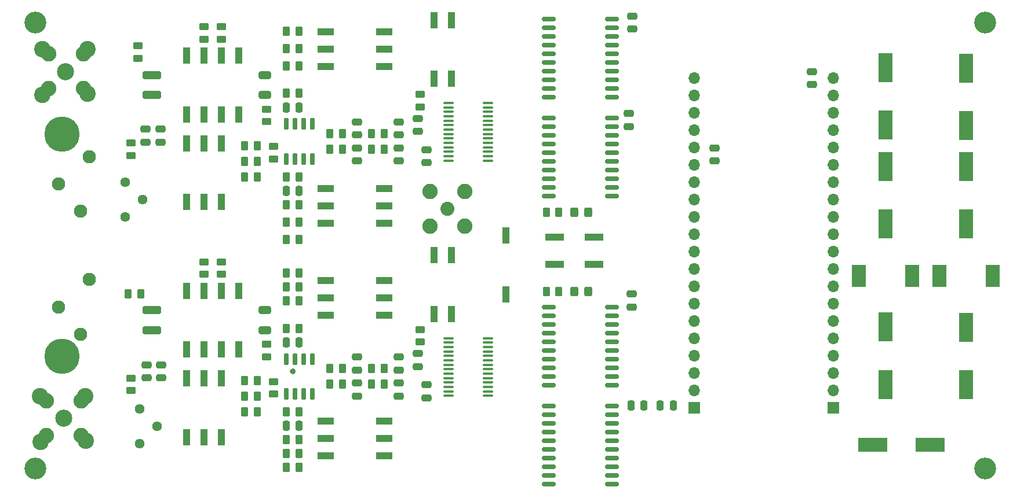
<source format=gts>
G04 #@! TF.GenerationSoftware,KiCad,Pcbnew,8.0.1*
G04 #@! TF.CreationDate,2024-10-20T11:35:18+02:00*
G04 #@! TF.ProjectId,MISRC_v2.2,4d495352-435f-4763-922e-322e6b696361,0.3*
G04 #@! TF.SameCoordinates,Original*
G04 #@! TF.FileFunction,Soldermask,Top*
G04 #@! TF.FilePolarity,Negative*
%FSLAX46Y46*%
G04 Gerber Fmt 4.6, Leading zero omitted, Abs format (unit mm)*
G04 Created by KiCad (PCBNEW 8.0.1) date 2024-10-20 11:35:18*
%MOMM*%
%LPD*%
G01*
G04 APERTURE LIST*
G04 Aperture macros list*
%AMRoundRect*
0 Rectangle with rounded corners*
0 $1 Rounding radius*
0 $2 $3 $4 $5 $6 $7 $8 $9 X,Y pos of 4 corners*
0 Add a 4 corners polygon primitive as box body*
4,1,4,$2,$3,$4,$5,$6,$7,$8,$9,$2,$3,0*
0 Add four circle primitives for the rounded corners*
1,1,$1+$1,$2,$3*
1,1,$1+$1,$4,$5*
1,1,$1+$1,$6,$7*
1,1,$1+$1,$8,$9*
0 Add four rect primitives between the rounded corners*
20,1,$1+$1,$2,$3,$4,$5,0*
20,1,$1+$1,$4,$5,$6,$7,0*
20,1,$1+$1,$6,$7,$8,$9,0*
20,1,$1+$1,$8,$9,$2,$3,0*%
G04 Aperture macros list end*
%ADD10C,0.434210*%
%ADD11C,1.950000*%
%ADD12C,5.175000*%
%ADD13R,2.150000X4.300000*%
%ADD14RoundRect,0.250000X-0.475000X0.250000X-0.475000X-0.250000X0.475000X-0.250000X0.475000X0.250000X0*%
%ADD15RoundRect,0.250000X-0.262500X-0.450000X0.262500X-0.450000X0.262500X0.450000X-0.262500X0.450000X0*%
%ADD16R,2.440000X1.120000*%
%ADD17C,2.050000*%
%ADD18C,2.250000*%
%ADD19C,3.200000*%
%ADD20RoundRect,0.250000X-0.325000X-0.450000X0.325000X-0.450000X0.325000X0.450000X-0.325000X0.450000X0*%
%ADD21RoundRect,0.250000X0.250000X0.475000X-0.250000X0.475000X-0.250000X-0.475000X0.250000X-0.475000X0*%
%ADD22RoundRect,0.250000X1.100000X-0.325000X1.100000X0.325000X-1.100000X0.325000X-1.100000X-0.325000X0*%
%ADD23RoundRect,0.250000X-0.450000X0.262500X-0.450000X-0.262500X0.450000X-0.262500X0.450000X0.262500X0*%
%ADD24RoundRect,0.250000X0.450000X-0.262500X0.450000X0.262500X-0.450000X0.262500X-0.450000X-0.262500X0*%
%ADD25RoundRect,0.250000X0.262500X0.450000X-0.262500X0.450000X-0.262500X-0.450000X0.262500X-0.450000X0*%
%ADD26RoundRect,0.100000X-0.637500X-0.100000X0.637500X-0.100000X0.637500X0.100000X-0.637500X0.100000X0*%
%ADD27RoundRect,0.250000X-0.250000X-0.475000X0.250000X-0.475000X0.250000X0.475000X-0.250000X0.475000X0*%
%ADD28RoundRect,0.150000X-0.875000X-0.150000X0.875000X-0.150000X0.875000X0.150000X-0.875000X0.150000X0*%
%ADD29C,1.440000*%
%ADD30R,4.300000X2.150000*%
%ADD31R,2.000000X3.200000*%
%ADD32R,1.120000X2.440000*%
%ADD33RoundRect,0.250000X0.475000X-0.250000X0.475000X0.250000X-0.475000X0.250000X-0.475000X-0.250000X0*%
%ADD34R,1.700000X1.700000*%
%ADD35O,1.700000X1.700000*%
%ADD36R,2.750000X1.000000*%
%ADD37RoundRect,0.250000X-0.650000X0.325000X-0.650000X-0.325000X0.650000X-0.325000X0.650000X0.325000X0*%
%ADD38C,2.500000*%
%ADD39C,2.400000*%
%ADD40RoundRect,0.150000X0.150000X-0.725000X0.150000X0.725000X-0.150000X0.725000X-0.150000X-0.725000X0*%
G04 APERTURE END LIST*
D10*
X102092895Y-117983000D02*
G75*
G02*
X101658685Y-117983000I-217105J0D01*
G01*
X101658685Y-117983000D02*
G75*
G02*
X102092895Y-117983000I217105J0D01*
G01*
D11*
X67650000Y-90550000D03*
X72150000Y-86550000D03*
X70900000Y-94550000D03*
X67650000Y-108550000D03*
X72150000Y-104550000D03*
X70900000Y-112550000D03*
D12*
X68150000Y-83300000D03*
X68150000Y-115800000D03*
D13*
X188500000Y-111500000D03*
X188500000Y-119900000D03*
D14*
X117348000Y-119700000D03*
X117348000Y-121600000D03*
D15*
X107291500Y-119888000D03*
X109116500Y-119888000D03*
D14*
X163500000Y-85300000D03*
X163500000Y-87200000D03*
X111252000Y-115890000D03*
X111252000Y-117790000D03*
D15*
X100928500Y-68173600D03*
X102753500Y-68173600D03*
D16*
X106640000Y-104670000D03*
X106640000Y-107210000D03*
X106640000Y-109750000D03*
X115250000Y-109750000D03*
X115250000Y-107210000D03*
X115250000Y-104670000D03*
D15*
X100928500Y-73253600D03*
X102753500Y-73253600D03*
D17*
X68410000Y-124830000D03*
D18*
X65870000Y-122290000D03*
X65870000Y-127370000D03*
X70950000Y-122290000D03*
X70950000Y-127370000D03*
D19*
X203073000Y-132207000D03*
D15*
X77827500Y-106680000D03*
X79652500Y-106680000D03*
D20*
X142984000Y-94742000D03*
X145034000Y-94742000D03*
D15*
X100941500Y-128016000D03*
X102766500Y-128016000D03*
D21*
X157450000Y-123000000D03*
X155550000Y-123000000D03*
D22*
X81280000Y-111965000D03*
X81280000Y-109015000D03*
D23*
X98031000Y-79605500D03*
X98031000Y-81430500D03*
D24*
X91427000Y-69365500D03*
X91427000Y-67540500D03*
D25*
X96657500Y-84963000D03*
X94832500Y-84963000D03*
X96657500Y-87249000D03*
X94832500Y-87249000D03*
D23*
X99060000Y-119483500D03*
X99060000Y-121308500D03*
D26*
X124645500Y-113123000D03*
X124645500Y-113773000D03*
X124645500Y-114423000D03*
X124645500Y-115073000D03*
X124645500Y-115723000D03*
X124645500Y-116373000D03*
X124645500Y-117023000D03*
X124645500Y-117673000D03*
X124645500Y-118323000D03*
X124645500Y-118973000D03*
X124645500Y-119623000D03*
X124645500Y-120273000D03*
X124645500Y-120923000D03*
X124645500Y-121573000D03*
X130370500Y-121573000D03*
X130370500Y-120923000D03*
X130370500Y-120273000D03*
X130370500Y-119623000D03*
X130370500Y-118973000D03*
X130370500Y-118323000D03*
X130370500Y-117673000D03*
X130370500Y-117023000D03*
X130370500Y-116373000D03*
X130370500Y-115723000D03*
X130370500Y-115073000D03*
X130370500Y-114423000D03*
X130370500Y-113773000D03*
X130370500Y-113123000D03*
D23*
X99047000Y-85066500D03*
X99047000Y-86891500D03*
D27*
X100904000Y-113792000D03*
X102804000Y-113792000D03*
D28*
X139241000Y-66421000D03*
X139241000Y-67691000D03*
X139241000Y-68961000D03*
X139241000Y-70231000D03*
X139241000Y-71501000D03*
X139241000Y-72771000D03*
X139241000Y-74041000D03*
X139241000Y-75311000D03*
X139241000Y-76581000D03*
X139241000Y-77851000D03*
X148541000Y-77851000D03*
X148541000Y-76581000D03*
X148541000Y-75311000D03*
X148541000Y-74041000D03*
X148541000Y-72771000D03*
X148541000Y-71501000D03*
X148541000Y-70231000D03*
X148541000Y-68961000D03*
X148541000Y-67691000D03*
X148541000Y-66421000D03*
D14*
X120129000Y-80965000D03*
X120129000Y-82865000D03*
D27*
X100891000Y-79375000D03*
X102791000Y-79375000D03*
D15*
X100928500Y-89535000D03*
X102753500Y-89535000D03*
D28*
X139241000Y-80899000D03*
X139241000Y-82169000D03*
X139241000Y-83439000D03*
X139241000Y-84709000D03*
X139241000Y-85979000D03*
X139241000Y-87249000D03*
X139241000Y-88519000D03*
X139241000Y-89789000D03*
X139241000Y-91059000D03*
X139241000Y-92329000D03*
X148541000Y-92329000D03*
X148541000Y-91059000D03*
X148541000Y-89789000D03*
X148541000Y-88519000D03*
X148541000Y-87249000D03*
X148541000Y-85979000D03*
X148541000Y-84709000D03*
X148541000Y-83439000D03*
X148541000Y-82169000D03*
X148541000Y-80899000D03*
D17*
X124460000Y-94234000D03*
D18*
X121920000Y-91694000D03*
X121920000Y-96774000D03*
X127000000Y-91694000D03*
X127000000Y-96774000D03*
D29*
X77400000Y-90270000D03*
X79940000Y-92810000D03*
X77400000Y-95350000D03*
D30*
X195000000Y-128750000D03*
X186600000Y-128750000D03*
D15*
X113387500Y-119888000D03*
X115212500Y-119888000D03*
D31*
X192400000Y-104000000D03*
X184600000Y-104000000D03*
D16*
X106661166Y-125271166D03*
X106661166Y-127811166D03*
X106661166Y-130351166D03*
X115271166Y-130351166D03*
X115271166Y-127811166D03*
X115271166Y-125271166D03*
D13*
X200250000Y-111550000D03*
X200250000Y-119950000D03*
D25*
X96670500Y-119380000D03*
X94845500Y-119380000D03*
X140739500Y-106299000D03*
X138914500Y-106299000D03*
D17*
X68710000Y-74070000D03*
D18*
X66170000Y-71530000D03*
X66170000Y-76610000D03*
X71250000Y-71530000D03*
X71250000Y-76610000D03*
D25*
X96670500Y-121666000D03*
X94845500Y-121666000D03*
D14*
X111239000Y-81473000D03*
X111239000Y-83373000D03*
D28*
X139241000Y-123063000D03*
X139241000Y-124333000D03*
X139241000Y-125603000D03*
X139241000Y-126873000D03*
X139241000Y-128143000D03*
X139241000Y-129413000D03*
X139241000Y-130683000D03*
X139241000Y-131953000D03*
X139241000Y-133223000D03*
X139241000Y-134493000D03*
X148541000Y-134493000D03*
X148541000Y-133223000D03*
X148541000Y-131953000D03*
X148541000Y-130683000D03*
X148541000Y-129413000D03*
X148541000Y-128143000D03*
X148541000Y-126873000D03*
X148541000Y-125603000D03*
X148541000Y-124333000D03*
X148541000Y-123063000D03*
D15*
X100928500Y-93599000D03*
X102753500Y-93599000D03*
D32*
X86347000Y-80378000D03*
X88887000Y-80378000D03*
X91427000Y-80378000D03*
X93967000Y-80378000D03*
X93967000Y-71768000D03*
X91427000Y-71768000D03*
X88887000Y-71768000D03*
X86347000Y-71768000D03*
D24*
X120510000Y-79271500D03*
X120510000Y-77446500D03*
D19*
X64262000Y-132207000D03*
D20*
X142984000Y-106299000D03*
X145034000Y-106299000D03*
D31*
X196350000Y-104000000D03*
X204150000Y-104000000D03*
D24*
X88900000Y-103782500D03*
X88900000Y-101957500D03*
D22*
X81267000Y-77548000D03*
X81267000Y-74598000D03*
D15*
X100941500Y-123952000D03*
X102766500Y-123952000D03*
X100941500Y-103600000D03*
X102766500Y-103600000D03*
D32*
X125095000Y-100978000D03*
X122555000Y-100978000D03*
X122555000Y-109588000D03*
X125095000Y-109588000D03*
D33*
X121399000Y-87437000D03*
X121399000Y-85537000D03*
D15*
X107278500Y-85471000D03*
X109103500Y-85471000D03*
D14*
X111252000Y-119700000D03*
X111252000Y-121600000D03*
X120142000Y-115382000D03*
X120142000Y-117282000D03*
X111239000Y-85283000D03*
X111239000Y-87183000D03*
D33*
X177750000Y-76000000D03*
X177750000Y-74100000D03*
D15*
X100928500Y-70713600D03*
X102753500Y-70713600D03*
X100941500Y-107650000D03*
X102766500Y-107650000D03*
D25*
X96657500Y-89535000D03*
X94832500Y-89535000D03*
D15*
X113374500Y-85471000D03*
X115199500Y-85471000D03*
D13*
X188500000Y-81950000D03*
X188500000Y-73550000D03*
D28*
X139241000Y-108585000D03*
X139241000Y-109855000D03*
X139241000Y-111125000D03*
X139241000Y-112395000D03*
X139241000Y-113665000D03*
X139241000Y-114935000D03*
X139241000Y-116205000D03*
X139241000Y-117475000D03*
X139241000Y-118745000D03*
X139241000Y-120015000D03*
X148541000Y-120015000D03*
X148541000Y-118745000D03*
X148541000Y-117475000D03*
X148541000Y-116205000D03*
X148541000Y-114935000D03*
X148541000Y-113665000D03*
X148541000Y-112395000D03*
X148541000Y-111125000D03*
X148541000Y-109855000D03*
X148541000Y-108585000D03*
D34*
X180883750Y-123350000D03*
D35*
X180883750Y-120810000D03*
X180883750Y-118270000D03*
X180883750Y-115730000D03*
X180883750Y-113190000D03*
X180883750Y-110650000D03*
X180883750Y-108110000D03*
X180883750Y-105570000D03*
X180883750Y-103030000D03*
X180883750Y-100490000D03*
X180883750Y-97950000D03*
X180883750Y-95410000D03*
X180883750Y-92870000D03*
X180883750Y-90330000D03*
X180883750Y-87790000D03*
X180883750Y-85250000D03*
X180883750Y-82710000D03*
X180883750Y-80170000D03*
X180883750Y-77630000D03*
X180883750Y-75090000D03*
X160563750Y-75090000D03*
X160563750Y-77630000D03*
X160563750Y-80170000D03*
X160563750Y-82710000D03*
X160563750Y-85250000D03*
X160563750Y-87790000D03*
X160563750Y-90330000D03*
X160563750Y-92870000D03*
X160563750Y-95410000D03*
X160563750Y-97950000D03*
X160563750Y-100490000D03*
X160563750Y-103030000D03*
X160563750Y-105570000D03*
X160563750Y-108110000D03*
X160563750Y-110650000D03*
X160563750Y-113190000D03*
X160563750Y-115730000D03*
X160563750Y-118270000D03*
X160563750Y-120810000D03*
D34*
X160563750Y-123350000D03*
D16*
X106640000Y-68250000D03*
X106640000Y-70790000D03*
X106640000Y-73330000D03*
X115250000Y-73330000D03*
X115250000Y-70790000D03*
X115250000Y-68250000D03*
D33*
X82677000Y-118933000D03*
X82677000Y-117033000D03*
D27*
X100904000Y-125984000D03*
X102804000Y-125984000D03*
D25*
X96670500Y-123952000D03*
X94845500Y-123952000D03*
D15*
X100928500Y-98679000D03*
X102753500Y-98679000D03*
X107291500Y-117602000D03*
X109116500Y-117602000D03*
D13*
X188500000Y-96400000D03*
X188500000Y-88000000D03*
X200250000Y-96400000D03*
X200250000Y-88000000D03*
D15*
X107278500Y-83185000D03*
X109103500Y-83185000D03*
D32*
X133000000Y-98100000D03*
X133000000Y-106710000D03*
D36*
X145882000Y-102330000D03*
X140122000Y-102330000D03*
X145882000Y-98330000D03*
X140122000Y-98330000D03*
D19*
X64262000Y-66929000D03*
D14*
X151003000Y-80269000D03*
X151003000Y-82169000D03*
D37*
X97790000Y-109015000D03*
X97790000Y-111965000D03*
D33*
X82550000Y-84450000D03*
X82550000Y-82550000D03*
D23*
X79250000Y-70337500D03*
X79250000Y-72162500D03*
D15*
X100928500Y-96139000D03*
X102753500Y-96139000D03*
D14*
X117348000Y-115890000D03*
X117348000Y-117790000D03*
D27*
X151300000Y-123000000D03*
X153200000Y-123000000D03*
D15*
X100941500Y-132050000D03*
X102766500Y-132050000D03*
X113374500Y-83185000D03*
X115199500Y-83185000D03*
D13*
X200250000Y-82000000D03*
X200250000Y-73600000D03*
D23*
X78232000Y-84558500D03*
X78232000Y-86383500D03*
D38*
X68390000Y-124880000D03*
D39*
X64950000Y-121600000D03*
X71550000Y-121590000D03*
X64990000Y-128280000D03*
X71600000Y-128170000D03*
D32*
X86360000Y-114795000D03*
X88900000Y-114795000D03*
X91440000Y-114795000D03*
X93980000Y-114795000D03*
X93980000Y-106185000D03*
X91440000Y-106185000D03*
X88900000Y-106185000D03*
X86360000Y-106185000D03*
D23*
X98044000Y-114022500D03*
X98044000Y-115847500D03*
D33*
X80391000Y-84450000D03*
X80391000Y-82550000D03*
D32*
X91427000Y-84608000D03*
X88887000Y-84608000D03*
X86347000Y-84608000D03*
X86347000Y-93218000D03*
X88887000Y-93218000D03*
X91427000Y-93218000D03*
D15*
X100941500Y-105600000D03*
X102766500Y-105600000D03*
D24*
X91440000Y-103782500D03*
X91440000Y-101957500D03*
D40*
X100965000Y-86903000D03*
X102235000Y-86903000D03*
X103505000Y-86903000D03*
X104775000Y-86903000D03*
X104775000Y-81753000D03*
X103505000Y-81753000D03*
X102235000Y-81753000D03*
X100965000Y-81753000D03*
D14*
X117335000Y-85283000D03*
X117335000Y-87183000D03*
D19*
X203073000Y-66929000D03*
D26*
X124632500Y-78706000D03*
X124632500Y-79356000D03*
X124632500Y-80006000D03*
X124632500Y-80656000D03*
X124632500Y-81306000D03*
X124632500Y-81956000D03*
X124632500Y-82606000D03*
X124632500Y-83256000D03*
X124632500Y-83906000D03*
X124632500Y-84556000D03*
X124632500Y-85206000D03*
X124632500Y-85856000D03*
X124632500Y-86506000D03*
X124632500Y-87156000D03*
X130357500Y-87156000D03*
X130357500Y-86506000D03*
X130357500Y-85856000D03*
X130357500Y-85206000D03*
X130357500Y-84556000D03*
X130357500Y-83906000D03*
X130357500Y-83256000D03*
X130357500Y-82606000D03*
X130357500Y-81956000D03*
X130357500Y-81306000D03*
X130357500Y-80656000D03*
X130357500Y-80006000D03*
X130357500Y-79356000D03*
X130357500Y-78706000D03*
D24*
X88887000Y-69365500D03*
X88887000Y-67540500D03*
D15*
X113387500Y-117602000D03*
X115212500Y-117602000D03*
X100925000Y-77250000D03*
X102750000Y-77250000D03*
D32*
X125082000Y-66561000D03*
X122542000Y-66561000D03*
X122542000Y-75171000D03*
X125082000Y-75171000D03*
D33*
X151400000Y-108550000D03*
X151400000Y-106650000D03*
D40*
X100965000Y-121320000D03*
X102235000Y-121320000D03*
X103505000Y-121320000D03*
X104775000Y-121320000D03*
X104775000Y-116170000D03*
X103505000Y-116170000D03*
X102235000Y-116170000D03*
X100965000Y-116170000D03*
D16*
X106640000Y-91250000D03*
X106640000Y-93790000D03*
X106640000Y-96330000D03*
X115250000Y-96330000D03*
X115250000Y-93790000D03*
X115250000Y-91250000D03*
D29*
X79475000Y-123525000D03*
X82015000Y-126065000D03*
X79475000Y-128605000D03*
D32*
X91440000Y-119025000D03*
X88900000Y-119025000D03*
X86360000Y-119025000D03*
X86360000Y-127635000D03*
X88900000Y-127635000D03*
X91440000Y-127635000D03*
D25*
X140739500Y-94742000D03*
X138914500Y-94742000D03*
D23*
X78232000Y-118999000D03*
X78232000Y-120824000D03*
D38*
X68690000Y-74090000D03*
D39*
X65250000Y-70810000D03*
X71850000Y-70800000D03*
X65290000Y-77490000D03*
X71900000Y-77380000D03*
D15*
X100941500Y-130000000D03*
X102766500Y-130000000D03*
D24*
X120523000Y-113688500D03*
X120523000Y-111863500D03*
D33*
X121412000Y-121854000D03*
X121412000Y-119954000D03*
X80518000Y-118933000D03*
X80518000Y-117033000D03*
D14*
X151500000Y-66000000D03*
X151500000Y-67900000D03*
D27*
X100891000Y-91567000D03*
X102791000Y-91567000D03*
D37*
X97777000Y-74598000D03*
X97777000Y-77548000D03*
D14*
X117335000Y-81473000D03*
X117335000Y-83373000D03*
D15*
X100937500Y-111700000D03*
X102762500Y-111700000D03*
M02*

</source>
